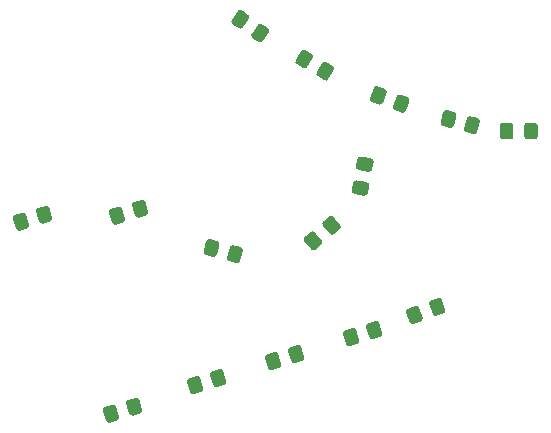
<source format=gbr>
%TF.GenerationSoftware,KiCad,Pcbnew,5.1.9-1.fc33*%
%TF.CreationDate,2021-01-27T11:43:12-03:00*%
%TF.ProjectId,santas_sequencer,73616e74-6173-45f7-9365-7175656e6365,rev?*%
%TF.SameCoordinates,Original*%
%TF.FileFunction,Paste,Top*%
%TF.FilePolarity,Positive*%
%FSLAX46Y46*%
G04 Gerber Fmt 4.6, Leading zero omitted, Abs format (unit mm)*
G04 Created by KiCad (PCBNEW 5.1.9-1.fc33) date 2021-01-27 11:43:12*
%MOMM*%
%LPD*%
G01*
G04 APERTURE LIST*
G04 APERTURE END LIST*
G36*
G01*
X159454000Y-105860001D02*
X159454000Y-104959999D01*
G75*
G02*
X159703999Y-104710000I249999J0D01*
G01*
X160354001Y-104710000D01*
G75*
G02*
X160604000Y-104959999I0J-249999D01*
G01*
X160604000Y-105860001D01*
G75*
G02*
X160354001Y-106110000I-249999J0D01*
G01*
X159703999Y-106110000D01*
G75*
G02*
X159454000Y-105860001I0J249999D01*
G01*
G37*
G36*
G01*
X157404000Y-105860001D02*
X157404000Y-104959999D01*
G75*
G02*
X157653999Y-104710000I249999J0D01*
G01*
X158304001Y-104710000D01*
G75*
G02*
X158554000Y-104959999I0J-249999D01*
G01*
X158554000Y-105860001D01*
G75*
G02*
X158304001Y-106110000I-249999J0D01*
G01*
X157653999Y-106110000D01*
G75*
G02*
X157404000Y-105860001I0J249999D01*
G01*
G37*
G36*
G01*
X154369198Y-105199136D02*
X154602136Y-104329801D01*
G75*
G02*
X154908321Y-104153026I241480J-64705D01*
G01*
X155536175Y-104321259D01*
G75*
G02*
X155712950Y-104627444I-64705J-241480D01*
G01*
X155480012Y-105496779D01*
G75*
G02*
X155173827Y-105673554I-241480J64705D01*
G01*
X154545973Y-105505321D01*
G75*
G02*
X154369198Y-105199136I64705J241480D01*
G01*
G37*
G36*
G01*
X152389050Y-104668556D02*
X152621988Y-103799221D01*
G75*
G02*
X152928173Y-103622446I241480J-64705D01*
G01*
X153556027Y-103790679D01*
G75*
G02*
X153732802Y-104096864I-64705J-241480D01*
G01*
X153499864Y-104966199D01*
G75*
G02*
X153193679Y-105142974I-241480J64705D01*
G01*
X152565825Y-104974741D01*
G75*
G02*
X152389050Y-104668556I64705J241480D01*
G01*
G37*
G36*
G01*
X148350953Y-103319772D02*
X148658771Y-102474046D01*
G75*
G02*
X148979198Y-102324629I234922J-85505D01*
G01*
X149590000Y-102546943D01*
G75*
G02*
X149739417Y-102867370I-85505J-234922D01*
G01*
X149431599Y-103713096D01*
G75*
G02*
X149111172Y-103862513I-234922J85505D01*
G01*
X148500370Y-103640199D01*
G75*
G02*
X148350953Y-103319772I85505J234922D01*
G01*
G37*
G36*
G01*
X146424583Y-102618630D02*
X146732401Y-101772904D01*
G75*
G02*
X147052828Y-101623487I234922J-85505D01*
G01*
X147663630Y-101845801D01*
G75*
G02*
X147813047Y-102166228I-85505J-234922D01*
G01*
X147505229Y-103011954D01*
G75*
G02*
X147184802Y-103161371I-234922J85505D01*
G01*
X146574000Y-102939057D01*
G75*
G02*
X146424583Y-102618630I85505J234922D01*
G01*
G37*
G36*
G01*
X141896711Y-100436713D02*
X142346712Y-99657288D01*
G75*
G02*
X142688217Y-99565782I216505J-124999D01*
G01*
X143251136Y-99890783D01*
G75*
G02*
X143342641Y-100232287I-125000J-216505D01*
G01*
X142892640Y-101011712D01*
G75*
G02*
X142551135Y-101103218I-216505J124999D01*
G01*
X141988216Y-100778217D01*
G75*
G02*
X141896711Y-100436713I125000J216505D01*
G01*
G37*
G36*
G01*
X140121359Y-99411713D02*
X140571360Y-98632288D01*
G75*
G02*
X140912865Y-98540782I216505J-124999D01*
G01*
X141475784Y-98865783D01*
G75*
G02*
X141567289Y-99207287I-125000J-216505D01*
G01*
X141117288Y-99986712D01*
G75*
G02*
X140775783Y-100078218I-216505J124999D01*
G01*
X140212864Y-99753217D01*
G75*
G02*
X140121359Y-99411713I125000J216505D01*
G01*
G37*
G36*
G01*
X136381509Y-97146728D02*
X136897729Y-96409490D01*
G75*
G02*
X137245910Y-96348097I204787J-143394D01*
G01*
X137778360Y-96720923D01*
G75*
G02*
X137839753Y-97069104I-143394J-204787D01*
G01*
X137323533Y-97806342D01*
G75*
G02*
X136975352Y-97867735I-204787J143394D01*
G01*
X136442902Y-97494909D01*
G75*
G02*
X136381509Y-97146728I143394J204787D01*
G01*
G37*
G36*
G01*
X134702247Y-95970896D02*
X135218467Y-95233658D01*
G75*
G02*
X135566648Y-95172265I204787J-143394D01*
G01*
X136099098Y-95545091D01*
G75*
G02*
X136160491Y-95893272I-143394J-204787D01*
G01*
X135644271Y-96630510D01*
G75*
G02*
X135296090Y-96691903I-204787J143394D01*
G01*
X134763640Y-96319077D01*
G75*
G02*
X134702247Y-95970896I143394J204787D01*
G01*
G37*
G36*
G01*
X146317306Y-108854978D02*
X145430977Y-108698695D01*
G75*
G02*
X145228188Y-108409082I43412J246201D01*
G01*
X145341059Y-107768955D01*
G75*
G02*
X145630672Y-107566166I246201J-43412D01*
G01*
X146517001Y-107722449D01*
G75*
G02*
X146719790Y-108012062I-43412J-246201D01*
G01*
X146606919Y-108652189D01*
G75*
G02*
X146317306Y-108854978I-246201J43412D01*
G01*
G37*
G36*
G01*
X145961328Y-110873834D02*
X145074999Y-110717551D01*
G75*
G02*
X144872210Y-110427938I43412J246201D01*
G01*
X144985081Y-109787811D01*
G75*
G02*
X145274694Y-109585022I246201J-43412D01*
G01*
X146161023Y-109741305D01*
G75*
G02*
X146363812Y-110030918I-43412J-246201D01*
G01*
X146250941Y-110671045D01*
G75*
G02*
X145961328Y-110873834I-246201J43412D01*
G01*
G37*
G36*
G01*
X151706771Y-120918954D02*
X151398953Y-120073228D01*
G75*
G02*
X151548370Y-119752801I234922J85505D01*
G01*
X152159172Y-119530487D01*
G75*
G02*
X152479599Y-119679904I85505J-234922D01*
G01*
X152787417Y-120525630D01*
G75*
G02*
X152638000Y-120846057I-234922J-85505D01*
G01*
X152027198Y-121068371D01*
G75*
G02*
X151706771Y-120918954I-85505J234922D01*
G01*
G37*
G36*
G01*
X149780401Y-121620096D02*
X149472583Y-120774370D01*
G75*
G02*
X149622000Y-120453943I234922J85505D01*
G01*
X150232802Y-120231629D01*
G75*
G02*
X150553229Y-120381046I85505J-234922D01*
G01*
X150861047Y-121226772D01*
G75*
G02*
X150711630Y-121547199I-234922J-85505D01*
G01*
X150100828Y-121769513D01*
G75*
G02*
X149780401Y-121620096I-85505J234922D01*
G01*
G37*
G36*
G01*
X143000976Y-114101466D02*
X142422466Y-113412025D01*
G75*
G02*
X142453280Y-113059819I191510J160696D01*
G01*
X142951210Y-112642006D01*
G75*
G02*
X143303416Y-112672820I160696J-191510D01*
G01*
X143881926Y-113362261D01*
G75*
G02*
X143851112Y-113714467I-191510J-160696D01*
G01*
X143353182Y-114132280D01*
G75*
G02*
X143000976Y-114101466I-160696J191510D01*
G01*
G37*
G36*
G01*
X141430584Y-115419180D02*
X140852074Y-114729739D01*
G75*
G02*
X140882888Y-114377533I191510J160696D01*
G01*
X141380818Y-113959720D01*
G75*
G02*
X141733024Y-113990534I160696J-191510D01*
G01*
X142311534Y-114679975D01*
G75*
G02*
X142280720Y-115032181I-191510J-160696D01*
G01*
X141782790Y-115449994D01*
G75*
G02*
X141430584Y-115419180I-160696J191510D01*
G01*
G37*
G36*
G01*
X146357905Y-122853771D02*
X146094769Y-121993095D01*
G75*
G02*
X146260751Y-121680927I239075J73093D01*
G01*
X146882351Y-121490885D01*
G75*
G02*
X147194519Y-121656867I73093J-239075D01*
G01*
X147457655Y-122517543D01*
G75*
G02*
X147291673Y-122829711I-239075J-73093D01*
G01*
X146670073Y-123019753D01*
G75*
G02*
X146357905Y-122853771I-73093J239075D01*
G01*
G37*
G36*
G01*
X144397481Y-123453133D02*
X144134345Y-122592457D01*
G75*
G02*
X144300327Y-122280289I239075J73093D01*
G01*
X144921927Y-122090247D01*
G75*
G02*
X145234095Y-122256229I73093J-239075D01*
G01*
X145497231Y-123116905D01*
G75*
G02*
X145331249Y-123429073I-239075J-73093D01*
G01*
X144709649Y-123619115D01*
G75*
G02*
X144397481Y-123453133I-73093J239075D01*
G01*
G37*
G36*
G01*
X134303198Y-116121136D02*
X134536136Y-115251801D01*
G75*
G02*
X134842321Y-115075026I241480J-64705D01*
G01*
X135470175Y-115243259D01*
G75*
G02*
X135646950Y-115549444I-64705J-241480D01*
G01*
X135414012Y-116418779D01*
G75*
G02*
X135107827Y-116595554I-241480J64705D01*
G01*
X134479973Y-116427321D01*
G75*
G02*
X134303198Y-116121136I64705J241480D01*
G01*
G37*
G36*
G01*
X132323050Y-115590556D02*
X132555988Y-114721221D01*
G75*
G02*
X132862173Y-114544446I241480J-64705D01*
G01*
X133490027Y-114712679D01*
G75*
G02*
X133666802Y-115018864I-64705J-241480D01*
G01*
X133433864Y-115888199D01*
G75*
G02*
X133127679Y-116064974I-241480J64705D01*
G01*
X132499825Y-115896741D01*
G75*
G02*
X132323050Y-115590556I64705J241480D01*
G01*
G37*
G36*
G01*
X139753905Y-124885771D02*
X139490769Y-124025095D01*
G75*
G02*
X139656751Y-123712927I239075J73093D01*
G01*
X140278351Y-123522885D01*
G75*
G02*
X140590519Y-123688867I73093J-239075D01*
G01*
X140853655Y-124549543D01*
G75*
G02*
X140687673Y-124861711I-239075J-73093D01*
G01*
X140066073Y-125051753D01*
G75*
G02*
X139753905Y-124885771I-73093J239075D01*
G01*
G37*
G36*
G01*
X137793481Y-125485133D02*
X137530345Y-124624457D01*
G75*
G02*
X137696327Y-124312289I239075J73093D01*
G01*
X138317927Y-124122247D01*
G75*
G02*
X138630095Y-124288229I73093J-239075D01*
G01*
X138893231Y-125148905D01*
G75*
G02*
X138727249Y-125461073I-239075J-73093D01*
G01*
X138105649Y-125651115D01*
G75*
G02*
X137793481Y-125485133I-73093J239075D01*
G01*
G37*
G36*
G01*
X126545905Y-112566771D02*
X126282769Y-111706095D01*
G75*
G02*
X126448751Y-111393927I239075J73093D01*
G01*
X127070351Y-111203885D01*
G75*
G02*
X127382519Y-111369867I73093J-239075D01*
G01*
X127645655Y-112230543D01*
G75*
G02*
X127479673Y-112542711I-239075J-73093D01*
G01*
X126858073Y-112732753D01*
G75*
G02*
X126545905Y-112566771I-73093J239075D01*
G01*
G37*
G36*
G01*
X124585481Y-113166133D02*
X124322345Y-112305457D01*
G75*
G02*
X124488327Y-111993289I239075J73093D01*
G01*
X125109927Y-111803247D01*
G75*
G02*
X125422095Y-111969229I73093J-239075D01*
G01*
X125685231Y-112829905D01*
G75*
G02*
X125519249Y-113142073I-239075J-73093D01*
G01*
X124897649Y-113332115D01*
G75*
G02*
X124585481Y-113166133I-73093J239075D01*
G01*
G37*
G36*
G01*
X133149905Y-126917771D02*
X132886769Y-126057095D01*
G75*
G02*
X133052751Y-125744927I239075J73093D01*
G01*
X133674351Y-125554885D01*
G75*
G02*
X133986519Y-125720867I73093J-239075D01*
G01*
X134249655Y-126581543D01*
G75*
G02*
X134083673Y-126893711I-239075J-73093D01*
G01*
X133462073Y-127083753D01*
G75*
G02*
X133149905Y-126917771I-73093J239075D01*
G01*
G37*
G36*
G01*
X131189481Y-127517133D02*
X130926345Y-126656457D01*
G75*
G02*
X131092327Y-126344289I239075J73093D01*
G01*
X131713927Y-126154247D01*
G75*
G02*
X132026095Y-126320229I73093J-239075D01*
G01*
X132289231Y-127180905D01*
G75*
G02*
X132123249Y-127493073I-239075J-73093D01*
G01*
X131501649Y-127683115D01*
G75*
G02*
X131189481Y-127517133I-73093J239075D01*
G01*
G37*
G36*
G01*
X118417905Y-113074771D02*
X118154769Y-112214095D01*
G75*
G02*
X118320751Y-111901927I239075J73093D01*
G01*
X118942351Y-111711885D01*
G75*
G02*
X119254519Y-111877867I73093J-239075D01*
G01*
X119517655Y-112738543D01*
G75*
G02*
X119351673Y-113050711I-239075J-73093D01*
G01*
X118730073Y-113240753D01*
G75*
G02*
X118417905Y-113074771I-73093J239075D01*
G01*
G37*
G36*
G01*
X116457481Y-113674133D02*
X116194345Y-112813457D01*
G75*
G02*
X116360327Y-112501289I239075J73093D01*
G01*
X116981927Y-112311247D01*
G75*
G02*
X117294095Y-112477229I73093J-239075D01*
G01*
X117557231Y-113337905D01*
G75*
G02*
X117391249Y-113650073I-239075J-73093D01*
G01*
X116769649Y-113840115D01*
G75*
G02*
X116457481Y-113674133I-73093J239075D01*
G01*
G37*
G36*
G01*
X126037905Y-129330771D02*
X125774769Y-128470095D01*
G75*
G02*
X125940751Y-128157927I239075J73093D01*
G01*
X126562351Y-127967885D01*
G75*
G02*
X126874519Y-128133867I73093J-239075D01*
G01*
X127137655Y-128994543D01*
G75*
G02*
X126971673Y-129306711I-239075J-73093D01*
G01*
X126350073Y-129496753D01*
G75*
G02*
X126037905Y-129330771I-73093J239075D01*
G01*
G37*
G36*
G01*
X124077481Y-129930133D02*
X123814345Y-129069457D01*
G75*
G02*
X123980327Y-128757289I239075J73093D01*
G01*
X124601927Y-128567247D01*
G75*
G02*
X124914095Y-128733229I73093J-239075D01*
G01*
X125177231Y-129593905D01*
G75*
G02*
X125011249Y-129906073I-239075J-73093D01*
G01*
X124389649Y-130096115D01*
G75*
G02*
X124077481Y-129930133I-73093J239075D01*
G01*
G37*
M02*

</source>
